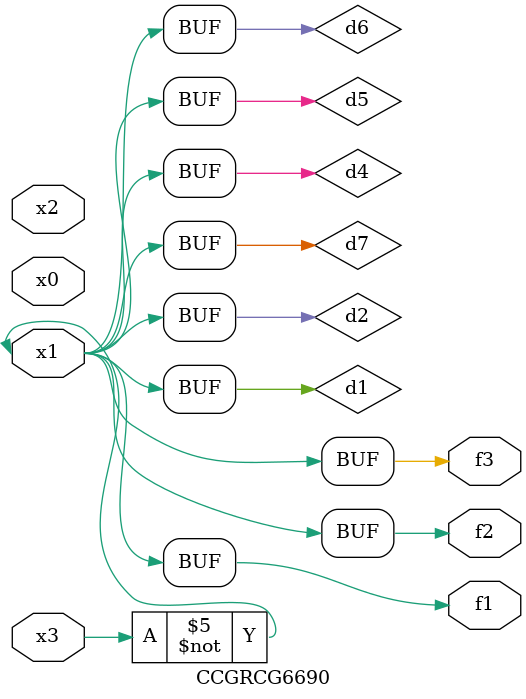
<source format=v>
module CCGRCG6690(
	input x0, x1, x2, x3,
	output f1, f2, f3
);

	wire d1, d2, d3, d4, d5, d6, d7;

	not (d1, x3);
	buf (d2, x1);
	xnor (d3, d1, d2);
	nor (d4, d1);
	buf (d5, d1, d2);
	buf (d6, d4, d5);
	nand (d7, d4);
	assign f1 = d6;
	assign f2 = d7;
	assign f3 = d6;
endmodule

</source>
